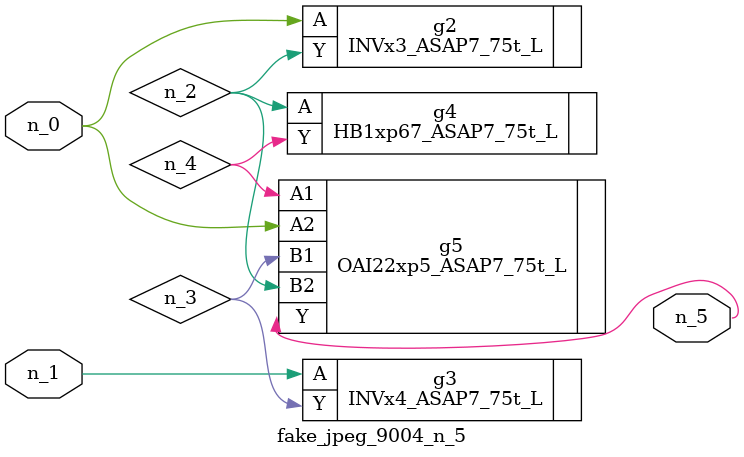
<source format=v>
module fake_jpeg_9004_n_5 (n_0, n_1, n_5);

input n_0;
input n_1;

output n_5;

wire n_3;
wire n_2;
wire n_4;

INVx3_ASAP7_75t_L g2 ( 
.A(n_0),
.Y(n_2)
);

INVx4_ASAP7_75t_L g3 ( 
.A(n_1),
.Y(n_3)
);

HB1xp67_ASAP7_75t_L g4 ( 
.A(n_2),
.Y(n_4)
);

OAI22xp5_ASAP7_75t_L g5 ( 
.A1(n_4),
.A2(n_0),
.B1(n_3),
.B2(n_2),
.Y(n_5)
);


endmodule
</source>
